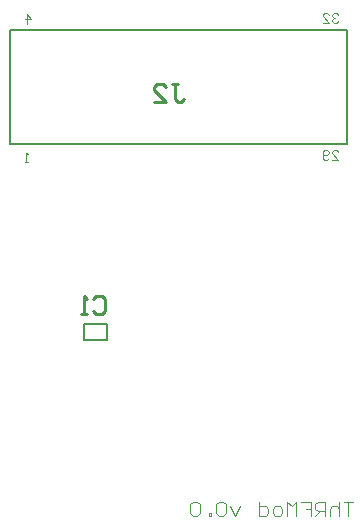
<source format=gbo>
G04*
G04 #@! TF.GenerationSoftware,Altium Limited,Altium Designer,18.0.7 (293)*
G04*
G04 Layer_Color=32896*
%FSLAX25Y25*%
%MOIN*%
G70*
G01*
G75*
%ADD12C,0.00787*%
%ADD13C,0.00394*%
%ADD14C,0.01000*%
D12*
X6614Y130669D02*
X119016D01*
Y168760D01*
X6614Y130669D02*
Y168760D01*
X119016D01*
X31201Y65354D02*
X39075D01*
X31201D02*
Y70866D01*
X39075D01*
Y65354D02*
Y70866D01*
D13*
X116142Y173884D02*
X115617Y174408D01*
X114567D01*
X114043Y173884D01*
Y173359D01*
X114567Y172834D01*
X115092D01*
X114567D01*
X114043Y172309D01*
Y171785D01*
X114567Y171260D01*
X115617D01*
X116142Y171785D01*
X110894Y171260D02*
X112993D01*
X110894Y173359D01*
Y173884D01*
X111419Y174408D01*
X112468D01*
X112993Y173884D01*
X114043Y125591D02*
X116142D01*
X114043Y127690D01*
Y128214D01*
X114567Y128739D01*
X115617D01*
X116142Y128214D01*
X112993Y126115D02*
X112468Y125591D01*
X111419D01*
X110894Y126115D01*
Y128214D01*
X111419Y128739D01*
X112468D01*
X112993Y128214D01*
Y127690D01*
X112468Y127165D01*
X110894D01*
X12205Y170866D02*
Y174015D01*
X13780Y172440D01*
X11681D01*
X12677Y124803D02*
X11628D01*
X12152D01*
Y127952D01*
X12677Y127427D01*
X121063Y11613D02*
X117914D01*
X119489D01*
Y6890D01*
X116340Y11613D02*
Y6890D01*
Y9251D01*
X115553Y10038D01*
X113979D01*
X113191Y9251D01*
Y6890D01*
X111617D02*
Y11613D01*
X109256D01*
X108469Y10825D01*
Y9251D01*
X109256Y8464D01*
X111617D01*
X110043D02*
X108469Y6890D01*
X103746Y11613D02*
X106894D01*
Y9251D01*
X105320D01*
X106894D01*
Y6890D01*
X102172D02*
Y11613D01*
X100597Y10038D01*
X99023Y11613D01*
Y6890D01*
X96661D02*
X95087D01*
X94300Y7677D01*
Y9251D01*
X95087Y10038D01*
X96661D01*
X97449Y9251D01*
Y7677D01*
X96661Y6890D01*
X89577Y11613D02*
Y6890D01*
X91939D01*
X92726Y7677D01*
Y9251D01*
X91939Y10038D01*
X89577D01*
X83280D02*
X81706Y6890D01*
X80131Y10038D01*
X78557Y10825D02*
X77770Y11613D01*
X76196D01*
X75409Y10825D01*
Y7677D01*
X76196Y6890D01*
X77770D01*
X78557Y7677D01*
Y10825D01*
X73834Y6890D02*
Y7677D01*
X73047D01*
Y6890D01*
X73834D01*
X69898Y10825D02*
X69111Y11613D01*
X67537D01*
X66750Y10825D01*
Y7677D01*
X67537Y6890D01*
X69111D01*
X69898Y7677D01*
Y10825D01*
D14*
X60765Y150683D02*
X62764D01*
X61765D01*
Y145685D01*
X62764Y144685D01*
X63764D01*
X64764Y145685D01*
X54767Y144685D02*
X58766D01*
X54767Y148684D01*
Y149683D01*
X55767Y150683D01*
X57766D01*
X58766Y149683D01*
X34487Y79227D02*
X35487Y80226D01*
X37486D01*
X38486Y79227D01*
Y75228D01*
X37486Y74228D01*
X35487D01*
X34487Y75228D01*
X32488Y74228D02*
X30488D01*
X31488D01*
Y80226D01*
X32488Y79227D01*
M02*

</source>
